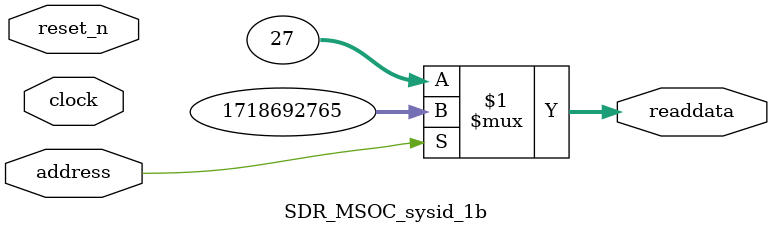
<source format=v>



// synthesis translate_off
`timescale 1ns / 1ps
// synthesis translate_on

// turn off superfluous verilog processor warnings 
// altera message_level Level1 
// altera message_off 10034 10035 10036 10037 10230 10240 10030 

module SDR_MSOC_sysid_1b (
               // inputs:
                address,
                clock,
                reset_n,

               // outputs:
                readdata
             )
;

  output  [ 31: 0] readdata;
  input            address;
  input            clock;
  input            reset_n;

  wire    [ 31: 0] readdata;
  //control_slave, which is an e_avalon_slave
  assign readdata = address ? 1718692765 : 27;

endmodule



</source>
